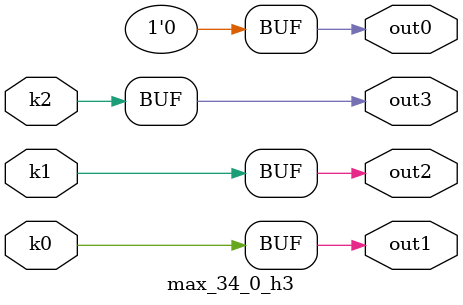
<source format=v>
module max_34_0(pi0, pi1, pi2, pi3, pi4, pi5, po0, po1, po2, po3);
input pi0, pi1, pi2, pi3, pi4, pi5;
output po0, po1, po2, po3;
wire k0, k1, k2;
max_34_0_w3 DUT1 (pi0, pi1, pi2, pi3, pi4, pi5, k0, k1, k2);
max_34_0_h3 DUT2 (k0, k1, k2, po0, po1, po2, po3);
endmodule

module max_34_0_w3(in5, in4, in3, in2, in1, in0, k2, k1, k0);
input in5, in4, in3, in2, in1, in0;
output k2, k1, k0;
assign k0 =   in0 ? ~in5 : ~in3;
assign k1 =   (((~in5 & (~in1 | in3)) | (~in1 & in3)) & (~in4 | in2)) | (~in4 & in2);
assign k2 =   in0;
endmodule

module max_34_0_h3(k2, k1, k0, out3, out2, out1, out0);
input k2, k1, k0;
output out3, out2, out1, out0;
assign out0 = 0;
assign out1 = k0;
assign out2 = k1;
assign out3 = k2;
endmodule

</source>
